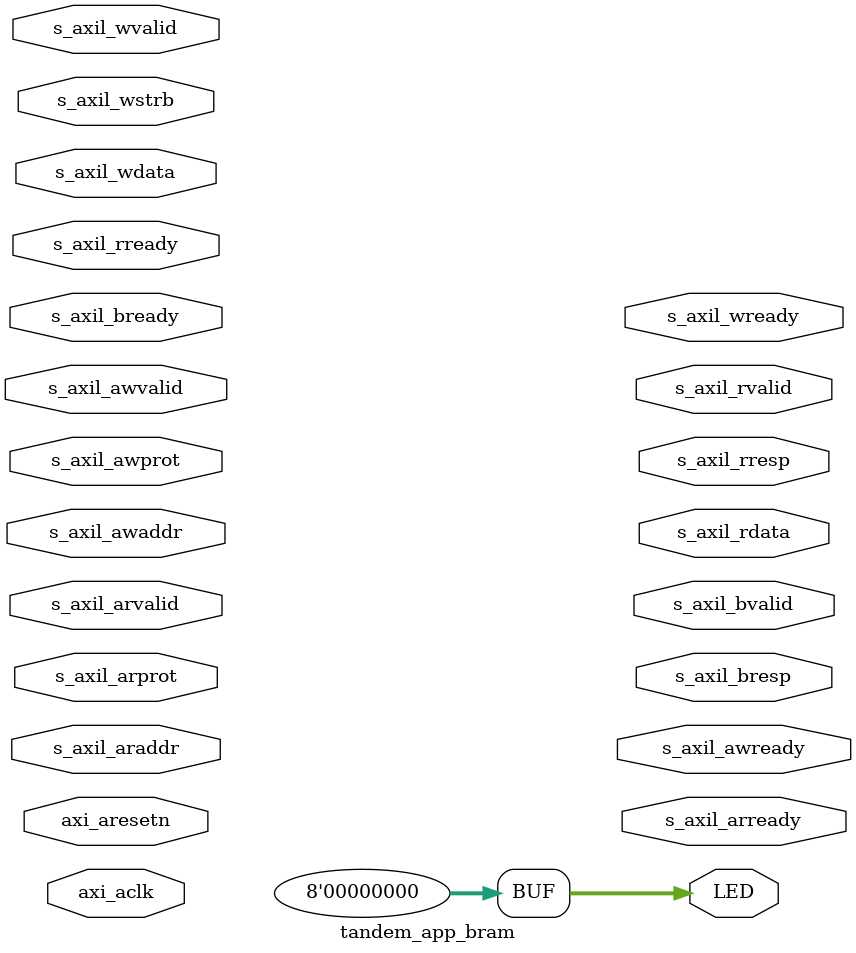
<source format=v>
module tandem_app_bram #(
	parameter  DATA_WIDTH      = 32 ,
	parameter  ADDR_WIDTH      = 16 ,
	parameter  STRB_WIDTH      = 4  ,
	parameter  PIPELINE_OUTPUT = 0   
) (
input                         axi_aclk   ,
input                         axi_aresetn,

input  wire [ADDR_WIDTH-1:0]  s_axil_awaddr,
input  wire [2:0]             s_axil_awprot,
input  wire                   s_axil_awvalid,
output wire                   s_axil_awready,
input  wire [DATA_WIDTH-1:0]  s_axil_wdata,
input  wire [STRB_WIDTH-1:0]  s_axil_wstrb,
input  wire                   s_axil_wvalid,
output wire                   s_axil_wready,
output wire [1:0]             s_axil_bresp,
output wire                   s_axil_bvalid,
input  wire                   s_axil_bready,
input  wire [ADDR_WIDTH-1:0]  s_axil_araddr,
input  wire [2:0]             s_axil_arprot,
input  wire                   s_axil_arvalid,
output wire                   s_axil_arready,
output wire [DATA_WIDTH-1:0]  s_axil_rdata,
output wire [1:0]             s_axil_rresp,
output wire                   s_axil_rvalid,
input  wire                   s_axil_rready,

output [7:0] LED

);
axil_ram # (
    .DATA_WIDTH      ( 32 ),
    .ADDR_WIDTH      ( 16 ),
    .STRB_WIDTH      ( 4  ),
    .PIPELINE_OUTPUT ( 0  ) 
)axil_ram_inst (
    .clk             ( axi_aclk       ),
    .rst             (~axi_aresetn    ),

    .s_axil_awaddr   (  axil_awaddr   ),//input  wire [ADDR_WIDTH-1:0]  s_axil_awaddr,
    .s_axil_awprot   (  axil_awprot   ),//input  wire [2:0]             s_axil_awprot,
    .s_axil_awvalid  (  axil_awvalid  ),//input  wire                   s_axil_awvalid,
    .s_axil_awready  (  axil_awready  ),//output wire                   s_axil_awready,
    .s_axil_wdata    (  axil_wdata    ),//input  wire [DATA_WIDTH-1:0]  s_axil_wdata,
    .s_axil_wstrb    (  axil_wstrb    ),//input  wire [STRB_WIDTH-1:0]  s_axil_wstrb,
    .s_axil_wvalid   (  axil_wvalid   ),//input  wire                   s_axil_wvalid,
    .s_axil_wready   (  axil_wready   ),//output wire                   s_axil_wready,
    .s_axil_bresp    (  axil_bresp    ),//output wire [1:0]             s_axil_bresp,
    .s_axil_bvalid   (  axil_bvalid   ),//output wire                   s_axil_bvalid,
    .s_axil_bready   (  axil_bready   ),//input  wire                   s_axil_bready,
    .s_axil_araddr   (  axil_araddr   ),//input  wire [ADDR_WIDTH-1:0]  s_axil_araddr,
    .s_axil_arprot   (  axil_arprot   ),//input  wire [2:0]             s_axil_arprot,
    .s_axil_arvalid  (  axil_arvalid  ),//input  wire                   s_axil_arvalid,
    .s_axil_arready  (  axil_arready  ),//output wire                   s_axil_arready,
    .s_axil_rdata    (  axil_rdata    ),//output wire [DATA_WIDTH-1:0]  s_axil_rdata,
    .s_axil_rresp    (  axil_rresp    ),//output wire [1:0]             s_axil_rresp,
    .s_axil_rvalid   (  axil_rvalid   ),//output wire                   s_axil_rvalid,
    .s_axil_rready   (  axil_rready   ) //input  wire                   s_axil_rready
);
assign LED = 8'd0;
endmodule

</source>
